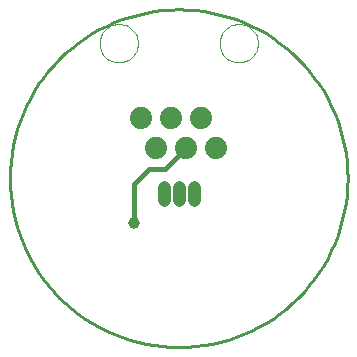
<source format=gbl>
G75*
G70*
%OFA0B0*%
%FSLAX24Y24*%
%IPPOS*%
%LPD*%
%AMOC8*
5,1,8,0,0,1.08239X$1,22.5*
%
%ADD10C,0.0100*%
%ADD11C,0.0436*%
%ADD12C,0.0740*%
%ADD13C,0.0000*%
%ADD14C,0.0396*%
%ADD15C,0.0160*%
D10*
X000150Y005775D02*
X000157Y006051D01*
X000177Y006326D01*
X000211Y006600D01*
X000258Y006872D01*
X000319Y007142D01*
X000392Y007408D01*
X000479Y007670D01*
X000578Y007928D01*
X000690Y008180D01*
X000814Y008427D01*
X000950Y008667D01*
X001098Y008900D01*
X001257Y009126D01*
X001427Y009343D01*
X001607Y009553D01*
X001798Y009752D01*
X001997Y009943D01*
X002207Y010123D01*
X002424Y010293D01*
X002650Y010452D01*
X002883Y010600D01*
X003123Y010736D01*
X003370Y010860D01*
X003622Y010972D01*
X003880Y011071D01*
X004142Y011158D01*
X004408Y011231D01*
X004678Y011292D01*
X004950Y011339D01*
X005224Y011373D01*
X005499Y011393D01*
X005775Y011400D01*
X006051Y011393D01*
X006326Y011373D01*
X006600Y011339D01*
X006872Y011292D01*
X007142Y011231D01*
X007408Y011158D01*
X007670Y011071D01*
X007928Y010972D01*
X008180Y010860D01*
X008427Y010736D01*
X008667Y010600D01*
X008900Y010452D01*
X009126Y010293D01*
X009343Y010123D01*
X009553Y009943D01*
X009752Y009752D01*
X009943Y009553D01*
X010123Y009343D01*
X010293Y009126D01*
X010452Y008900D01*
X010600Y008667D01*
X010736Y008427D01*
X010860Y008180D01*
X010972Y007928D01*
X011071Y007670D01*
X011158Y007408D01*
X011231Y007142D01*
X011292Y006872D01*
X011339Y006600D01*
X011373Y006326D01*
X011393Y006051D01*
X011400Y005775D01*
X011393Y005499D01*
X011373Y005224D01*
X011339Y004950D01*
X011292Y004678D01*
X011231Y004408D01*
X011158Y004142D01*
X011071Y003880D01*
X010972Y003622D01*
X010860Y003370D01*
X010736Y003123D01*
X010600Y002883D01*
X010452Y002650D01*
X010293Y002424D01*
X010123Y002207D01*
X009943Y001997D01*
X009752Y001798D01*
X009553Y001607D01*
X009343Y001427D01*
X009126Y001257D01*
X008900Y001098D01*
X008667Y000950D01*
X008427Y000814D01*
X008180Y000690D01*
X007928Y000578D01*
X007670Y000479D01*
X007408Y000392D01*
X007142Y000319D01*
X006872Y000258D01*
X006600Y000211D01*
X006326Y000177D01*
X006051Y000157D01*
X005775Y000150D01*
X005499Y000157D01*
X005224Y000177D01*
X004950Y000211D01*
X004678Y000258D01*
X004408Y000319D01*
X004142Y000392D01*
X003880Y000479D01*
X003622Y000578D01*
X003370Y000690D01*
X003123Y000814D01*
X002883Y000950D01*
X002650Y001098D01*
X002424Y001257D01*
X002207Y001427D01*
X001997Y001607D01*
X001798Y001798D01*
X001607Y001997D01*
X001427Y002207D01*
X001257Y002424D01*
X001098Y002650D01*
X000950Y002883D01*
X000814Y003123D01*
X000690Y003370D01*
X000578Y003622D01*
X000479Y003880D01*
X000392Y004142D01*
X000319Y004408D01*
X000258Y004678D01*
X000211Y004950D01*
X000177Y005224D01*
X000157Y005499D01*
X000150Y005775D01*
D11*
X005275Y005493D02*
X005275Y005057D01*
X005775Y005057D02*
X005775Y005493D01*
X006275Y005493D02*
X006275Y005057D01*
D12*
X006025Y006775D03*
X007025Y006775D03*
X006525Y007775D03*
X005525Y007775D03*
X004525Y007775D03*
X005025Y006775D03*
D13*
X003135Y010275D02*
X003137Y010325D01*
X003143Y010375D01*
X003153Y010424D01*
X003166Y010473D01*
X003184Y010520D01*
X003205Y010566D01*
X003229Y010609D01*
X003257Y010651D01*
X003288Y010691D01*
X003322Y010728D01*
X003359Y010762D01*
X003399Y010793D01*
X003441Y010821D01*
X003484Y010845D01*
X003530Y010866D01*
X003577Y010884D01*
X003626Y010897D01*
X003675Y010907D01*
X003725Y010913D01*
X003775Y010915D01*
X003825Y010913D01*
X003875Y010907D01*
X003924Y010897D01*
X003973Y010884D01*
X004020Y010866D01*
X004066Y010845D01*
X004109Y010821D01*
X004151Y010793D01*
X004191Y010762D01*
X004228Y010728D01*
X004262Y010691D01*
X004293Y010651D01*
X004321Y010609D01*
X004345Y010566D01*
X004366Y010520D01*
X004384Y010473D01*
X004397Y010424D01*
X004407Y010375D01*
X004413Y010325D01*
X004415Y010275D01*
X004413Y010225D01*
X004407Y010175D01*
X004397Y010126D01*
X004384Y010077D01*
X004366Y010030D01*
X004345Y009984D01*
X004321Y009941D01*
X004293Y009899D01*
X004262Y009859D01*
X004228Y009822D01*
X004191Y009788D01*
X004151Y009757D01*
X004109Y009729D01*
X004066Y009705D01*
X004020Y009684D01*
X003973Y009666D01*
X003924Y009653D01*
X003875Y009643D01*
X003825Y009637D01*
X003775Y009635D01*
X003725Y009637D01*
X003675Y009643D01*
X003626Y009653D01*
X003577Y009666D01*
X003530Y009684D01*
X003484Y009705D01*
X003441Y009729D01*
X003399Y009757D01*
X003359Y009788D01*
X003322Y009822D01*
X003288Y009859D01*
X003257Y009899D01*
X003229Y009941D01*
X003205Y009984D01*
X003184Y010030D01*
X003166Y010077D01*
X003153Y010126D01*
X003143Y010175D01*
X003137Y010225D01*
X003135Y010275D01*
X007135Y010275D02*
X007137Y010325D01*
X007143Y010375D01*
X007153Y010424D01*
X007166Y010473D01*
X007184Y010520D01*
X007205Y010566D01*
X007229Y010609D01*
X007257Y010651D01*
X007288Y010691D01*
X007322Y010728D01*
X007359Y010762D01*
X007399Y010793D01*
X007441Y010821D01*
X007484Y010845D01*
X007530Y010866D01*
X007577Y010884D01*
X007626Y010897D01*
X007675Y010907D01*
X007725Y010913D01*
X007775Y010915D01*
X007825Y010913D01*
X007875Y010907D01*
X007924Y010897D01*
X007973Y010884D01*
X008020Y010866D01*
X008066Y010845D01*
X008109Y010821D01*
X008151Y010793D01*
X008191Y010762D01*
X008228Y010728D01*
X008262Y010691D01*
X008293Y010651D01*
X008321Y010609D01*
X008345Y010566D01*
X008366Y010520D01*
X008384Y010473D01*
X008397Y010424D01*
X008407Y010375D01*
X008413Y010325D01*
X008415Y010275D01*
X008413Y010225D01*
X008407Y010175D01*
X008397Y010126D01*
X008384Y010077D01*
X008366Y010030D01*
X008345Y009984D01*
X008321Y009941D01*
X008293Y009899D01*
X008262Y009859D01*
X008228Y009822D01*
X008191Y009788D01*
X008151Y009757D01*
X008109Y009729D01*
X008066Y009705D01*
X008020Y009684D01*
X007973Y009666D01*
X007924Y009653D01*
X007875Y009643D01*
X007825Y009637D01*
X007775Y009635D01*
X007725Y009637D01*
X007675Y009643D01*
X007626Y009653D01*
X007577Y009666D01*
X007530Y009684D01*
X007484Y009705D01*
X007441Y009729D01*
X007399Y009757D01*
X007359Y009788D01*
X007322Y009822D01*
X007288Y009859D01*
X007257Y009899D01*
X007229Y009941D01*
X007205Y009984D01*
X007184Y010030D01*
X007166Y010077D01*
X007153Y010126D01*
X007143Y010175D01*
X007137Y010225D01*
X007135Y010275D01*
D14*
X004275Y004275D03*
D15*
X004275Y005575D01*
X004775Y006075D01*
X005325Y006075D01*
X006025Y006775D01*
M02*

</source>
